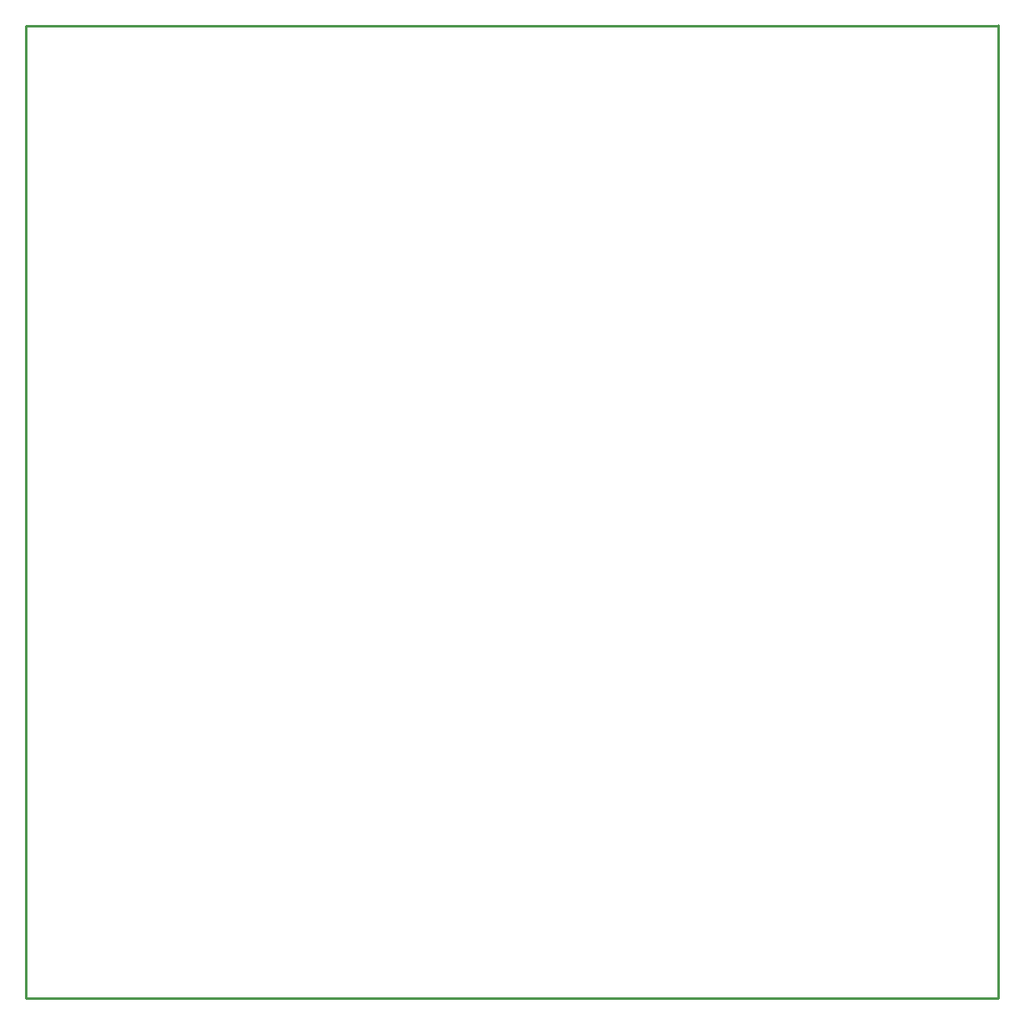
<source format=gm1>
G04 start of page 4 for group 2 idx 6 *
G04 Title: (unknown), outline *
G04 Creator: pcb 20110918 *
G04 CreationDate: Sat 26 Apr 2014 10:39:55 GMT UTC *
G04 For: ksarkies *
G04 Format: Gerber/RS-274X *
G04 PCB-Dimensions: 390000 390000 *
G04 PCB-Coordinate-Origin: lower left *
%MOIN*%
%FSLAX25Y25*%
%LNOUTLINE*%
%ADD70C,0.0100*%
G54D70*X389500Y389600D02*X389700Y700D01*
X500Y389500D02*X389500D01*
X500Y300D02*Y389500D01*
Y400D02*X389700Y500D01*
M02*

</source>
